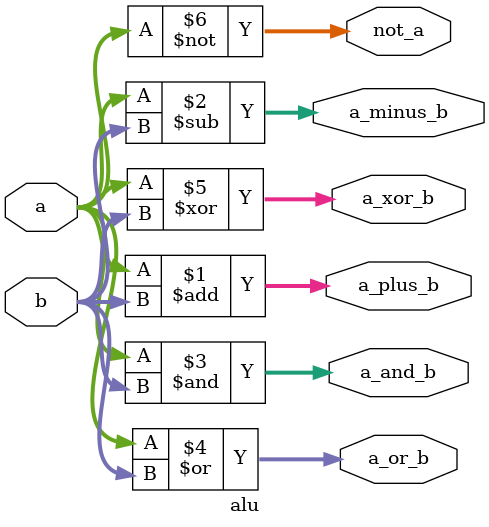
<source format=sv>
module alu (
  input  logic [31:0] a,
  input  logic [31:0] b,
  output logic [31:0] a_plus_b,
  output logic [31:0] a_minus_b,
  output logic [31:0] not_a,
  output logic [31:0] a_and_b,
  output logic [31:0] a_or_b,
  output logic [31:0] a_xor_b
);
  // your code here
  assign a_plus_b = a + b;
  assign a_minus_b = a - b;
  assign a_and_b = a & b;
  assign a_or_b = a | b;
  assign a_xor_b = a ^ b;
  assign not_a = ~a;
endmodule
</source>
